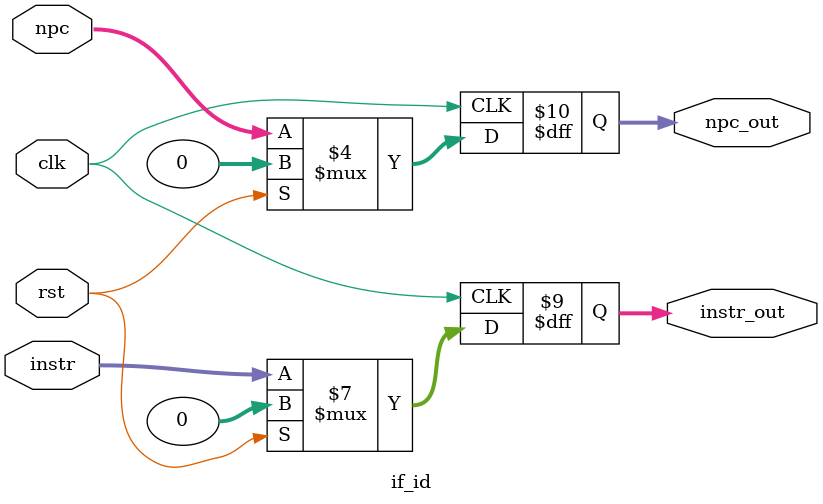
<source format=v>
`timescale 1ns / 1ps


module if_id(
    input wire clk, rst,
    input wire [31:0] instr, npc,
    output reg [31:0] instr_out, npc_out
    );
    
    initial begin
        instr_out <= 0;
        npc_out <= 0;
    end
    
    always @(posedge clk) begin
        if(rst) begin
            instr_out <= 0;
            npc_out <= 0;
        end
        else begin
            instr_out <= instr;
            npc_out <= npc;
        end
    end
endmodule

</source>
